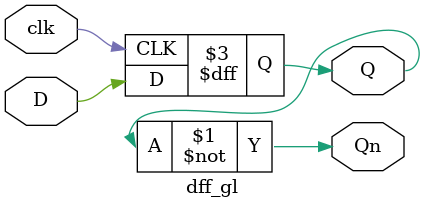
<source format=v>
`timescale 1ns / 1ps

module dff_gl(
    input D,
    input clk,
    output reg Q,
    output Qn
);

assign Qn = ~Q;

always @(posedge clk)
    Q <= D;

endmodule

</source>
